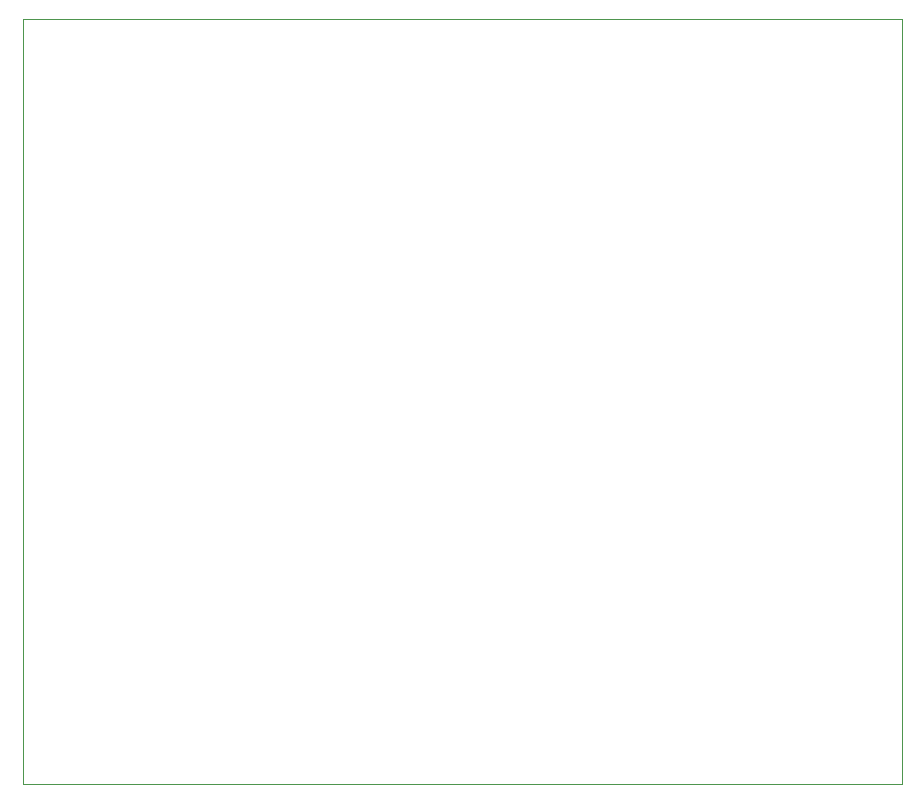
<source format=gbr>
%TF.GenerationSoftware,KiCad,Pcbnew,(6.0.1)*%
%TF.CreationDate,2022-03-08T01:46:33-06:00*%
%TF.ProjectId,senior_design,73656e69-6f72-45f6-9465-7369676e2e6b,rev?*%
%TF.SameCoordinates,Original*%
%TF.FileFunction,Profile,NP*%
%FSLAX46Y46*%
G04 Gerber Fmt 4.6, Leading zero omitted, Abs format (unit mm)*
G04 Created by KiCad (PCBNEW (6.0.1)) date 2022-03-08 01:46:33*
%MOMM*%
%LPD*%
G01*
G04 APERTURE LIST*
%TA.AperFunction,Profile*%
%ADD10C,0.100000*%
%TD*%
G04 APERTURE END LIST*
D10*
X84963000Y-48260000D02*
X159385000Y-48260000D01*
X159385000Y-48260000D02*
X159385000Y-113030000D01*
X159385000Y-113030000D02*
X84963000Y-113030000D01*
X84963000Y-113030000D02*
X84963000Y-48260000D01*
M02*

</source>
